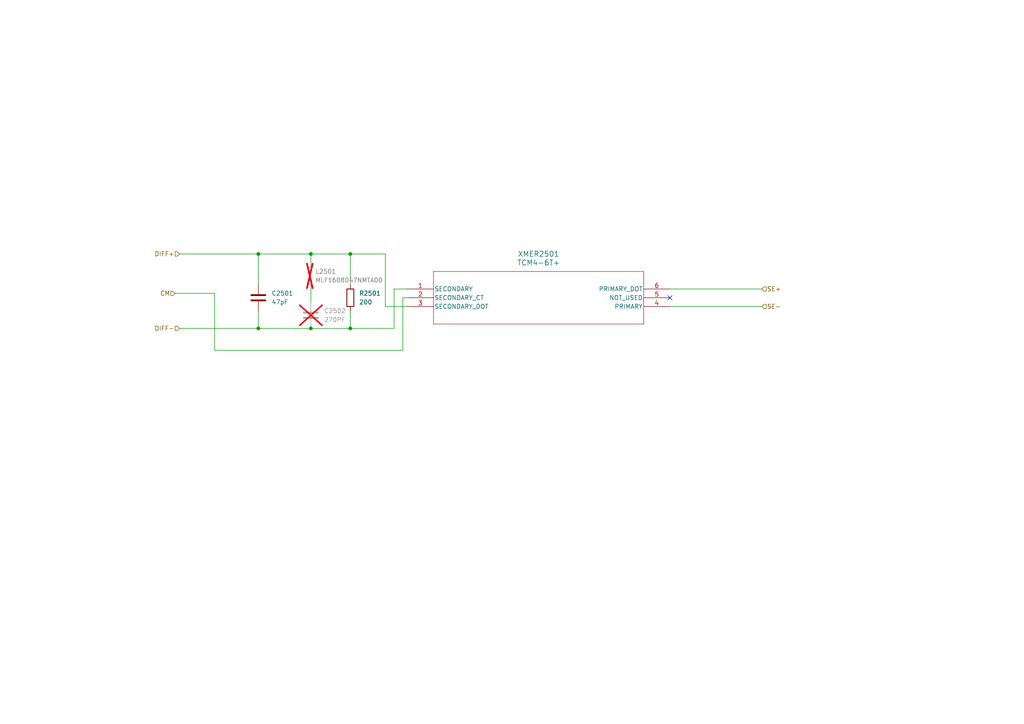
<source format=kicad_sch>
(kicad_sch (version 20231120) (generator "eeschema") (generator_version "8.0")
  (paper "A4")
  (lib_symbols
    (symbol "001_symbol:TCM4-19+" (pin_names (offset 0.254))
      (property "Reference" "XMER" (at 38.1 10.16 0))
      (property "Value" "TCM4-19+" (at 38.1 7.62 0))
      (symbol "TCM4-19+_0_1"
        (polyline (pts (xy 7.62 -10.16) (xy 68.58 -10.16)) (stroke (width 0.127)))
        (polyline (pts (xy 7.62 5.08) (xy 7.62 -10.16)) (stroke (width 0.127)))
        (polyline (pts (xy 68.58 -10.16) (xy 68.58 5.08)) (stroke (width 0.127)))
        (polyline (pts (xy 68.58 5.08) (xy 7.62 5.08)) (stroke (width 0.127)))
        (pin unspecified line (at 0 0 0) (length 7.62) (name "SECONDARY") (number "1"))
        (pin unspecified line (at 0 -2.54 0) (length 7.62) (name "SECONDARY_CT") (number "2"))
        (pin unspecified line (at 0 -5.08 0) (length 7.62) (name "SECONDARY_DOT") (number "3"))
        (pin unspecified line (at 76.2 -5.08 180) (length 7.62) (name "PRIMARY") (number "4"))
        (pin unspecified line (at 76.2 -2.54 180) (length 7.62) (name "NOT_USED") (number "5"))
        (pin unspecified line (at 76.2 0 180) (length 7.62) (name "PRIMARY_DOT") (number "6"))
      )
    )
    (symbol "Device:C" (pin_numbers hide) (pin_names (offset 0.254))
      (property "Reference" "C" (at 0.635 2.54 0))
      (property "Value" "C" (at 0.635 -2.54 0))
      (symbol "C_0_1"
        (polyline (pts (xy -2.032 -0.762) (xy 2.032 -0.762)) (stroke (width 0.508)))
        (polyline (pts (xy -2.032 0.762) (xy 2.032 0.762)) (stroke (width 0.508)))
      )
      (symbol "C_1_1"
        (pin passive line (at 0 3.81 270) (length 2.794) (name "~") (number "1"))
        (pin passive line (at 0 -3.81 90) (length 2.794) (name "~") (number "2"))
      )
    )
    (symbol "Device:L" (pin_numbers hide) (pin_names (offset 1.016) hide)
      (property "Reference" "L" (at -1.27 0 90))
      (property "Value" "L" (at 1.905 0 90))
      (symbol "L_0_1"
        (arc (start 0 -2.54) (mid 0.6323 -1.905) (end 0 -1.27))
        (arc (start 0 -1.27) (mid 0.6323 -0.635) (end 0 0))
        (arc (start 0 0) (mid 0.6323 0.635) (end 0 1.27))
        (arc (start 0 1.27) (mid 0.6323 1.905) (end 0 2.54))
      )
      (symbol "L_1_1"
        (pin passive line (at 0 3.81 270) (length 1.27) (name "1") (number "1"))
        (pin passive line (at 0 -3.81 90) (length 1.27) (name "2") (number "2"))
      )
    )
    (symbol "Device:R" (pin_numbers hide) (pin_names (offset 0))
      (property "Reference" "R" (at 2.032 0 90))
      (property "Value" "R" (at 0 0 90))
      (symbol "R_0_1"
        (rectangle (start -1.016 -2.54) (end 1.016 2.54) (stroke (width 0.254)))
      )
      (symbol "R_1_1"
        (pin passive line (at 0 3.81 270) (length 1.27) (name "~") (number "1"))
        (pin passive line (at 0 -3.81 90) (length 1.27) (name "~") (number "2"))
      )
    )
  )
  (junction (at 101.6 73.66))
  (junction (at 90.17 73.66))
  (junction (at 90.17 95.25))
  (junction (at 74.93 95.25))
  (junction (at 74.93 73.66))
  (junction (at 101.6 95.25))
  (no_connect (at 194.31 86.36))
  (wire (pts (xy 90.17 95.25) (xy 101.6 95.25)))
  (wire (pts (xy 116.84 101.6) (xy 116.84 86.36)))
  (wire (pts (xy 74.93 73.66) (xy 74.93 82.55)))
  (wire (pts (xy 52.07 73.66) (xy 74.93 73.66)))
  (wire (pts (xy 50.8 85.09) (xy 62.23 85.09)))
  (wire (pts (xy 101.6 73.66) (xy 101.6 82.55)))
  (wire (pts (xy 74.93 73.66) (xy 90.17 73.66)))
  (wire (pts (xy 101.6 95.25) (xy 114.3 95.25)))
  (wire (pts (xy 74.93 90.17) (xy 74.93 95.25)))
  (wire (pts (xy 90.17 83.82) (xy 90.17 87.63)))
  (wire (pts (xy 111.76 73.66) (xy 111.76 88.9)))
  (wire (pts (xy 62.23 101.6) (xy 116.84 101.6)))
  (wire (pts (xy 114.3 83.82) (xy 118.11 83.82)))
  (wire (pts (xy 101.6 90.17) (xy 101.6 95.25)))
  (wire (pts (xy 194.31 83.82) (xy 220.98 83.82)))
  (wire (pts (xy 116.84 86.36) (xy 118.11 86.36)))
  (wire (pts (xy 52.07 95.25) (xy 74.93 95.25)))
  (wire (pts (xy 74.93 95.25) (xy 90.17 95.25)))
  (wire (pts (xy 194.31 88.9) (xy 220.98 88.9)))
  (wire (pts (xy 90.17 73.66) (xy 101.6 73.66)))
  (wire (pts (xy 111.76 88.9) (xy 118.11 88.9)))
  (wire (pts (xy 62.23 85.09) (xy 62.23 101.6)))
  (wire (pts (xy 114.3 95.25) (xy 114.3 83.82)))
  (wire (pts (xy 101.6 73.66) (xy 111.76 73.66)))
  (wire (pts (xy 90.17 76.2) (xy 90.17 73.66)))
  (hierarchical_label "CM" (shape input) (at 50.8 85.09 180))
  (hierarchical_label "DIFF-" (shape input) (at 52.07 95.25 180))
  (hierarchical_label "DIFF+" (shape input) (at 52.07 73.66 180))
  (hierarchical_label "SE+" (shape input) (at 220.98 83.82 0))
  (hierarchical_label "SE-" (shape input) (at 220.98 88.9 0))
  (symbol (lib_id "Device:R") (at 101.6 86.36 180) (unit 1)
    (property "Reference" "R2501" (at 104.14 85.0899 0) (effects (justify right)))
    (property "Value" "200" (at 104.14 87.6299 0) (effects (justify right)))
    (property "Footprint" "Resistor_SMD:R_0603_1608Metric" (effects (hide yes)))
    (property "Description" "Resistor" (effects (hide yes)))
    (property "Vendor" "digikey:RR08P200DCT-ND" (effects (hide yes)))
    (instances (project "zest" (path "" (reference "R2501") (unit 1)) (path "" (reference "R2601") (unit 1))))
  )
  (symbol (lib_id "Device:L") (at 90.17 80.01 180) (unit 1) (dnp yes)
    (property "Reference" "L2501" (at 91.44 78.7399 0) (effects (justify right)))
    (property "Value" "MLF1608D47NMTA00" (at 91.44 81.2799 0) (effects (justify right)))
    (property "Footprint" "Inductor_SMD:L_0603_1608Metric" (effects (hide yes)))
    (property "Description" "Inductor" (effects (hide yes)))
    (property "Vendor" "digikey:445-1000-1-ND" (effects (hide yes)))
    (instances (project "zest" (path "" (reference "L2501") (unit 1)) (path "" (reference "L2601") (unit 1))))
  )
  (symbol (lib_id "Device:C") (at 90.17 91.44 180) (unit 1) (dnp yes)
    (property "Reference" "C2502" (at 93.98 90.1699 0) (effects (justify right)))
    (property "Value" "270PF" (at 93.98 92.7099 0) (effects (justify right)))
    (property "Footprint" "Capacitor_SMD:C_0603_1608Metric" (effects (hide yes)))
    (property "Description" "Unpolarized capacitor" (effects (hide yes)))
    (property "Vendor" "digikey:490-1437-1-ND" (effects (hide yes)))
    (instances (project "zest" (path "" (reference "C2502") (unit 1)) (path "" (reference "C2602") (unit 1))))
  )
  (symbol (lib_id "Device:C") (at 74.93 86.36 180) (unit 1)
    (property "Reference" "C2501" (at 78.74 85.0899 0) (effects (justify right)))
    (property "Value" "47pF" (at 78.74 87.6299 0) (effects (justify right)))
    (property "Footprint" "Capacitor_SMD:C_0603_1608Metric" (effects (hide yes)))
    (property "Description" "Unpolarized capacitor" (effects (hide yes)))
    (instances (project "zest" (path "" (reference "C2501") (unit 1)) (path "" (reference "C2601") (unit 1))))
  )
  (symbol (lib_id "001_symbol:TCM4-19+") (at 118.11 83.82 0) (unit 1)
    (property "Reference" "XMER2501" (at 156.21 73.66 0) (effects (font (size 1.524 1.524))))
    (property "Value" "TCM4-6T+" (at 156.21 76.2 0) (effects (font (size 1.524 1.524))))
    (property "Footprint" "Transformer_SMD:Transformer_MiniCircuits_AT224-1A" (effects (hide yes)))
    (property "Datasheet" "TCM4-6T+" (effects (hide yes)))
    (instances (project "zest" (path "" (reference "XMER2501") (unit 1)) (path "" (reference "XMER2601") (unit 1))))
  )
)
</source>
